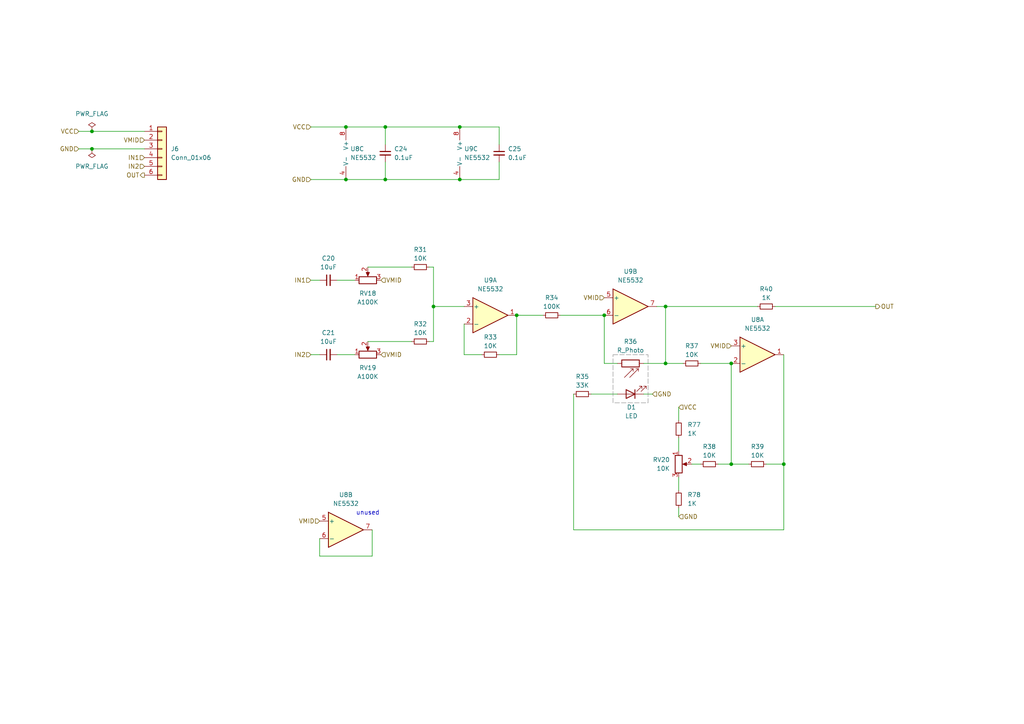
<source format=kicad_sch>
(kicad_sch (version 20231120) (generator "eeschema") (generator_version "8.0")
  (paper "A4")
  (lib_symbols
    (symbol "Amplifier_Operational:NE5532" (pin_names (offset 0.127))
      (property "Reference" "U" (at 0 5.08 0))
      (property "Value" "NE5532" (at 0 -5.08 0))
      (symbol "NE5532_1_1"
        (polyline (pts (xy -5.08 5.08) (xy 5.08 0) (xy -5.08 -5.08) (xy -5.08 5.08)) (stroke (width 0.254)) (fill (type background)))
        (pin output line (at 7.62 0 180) (length 2.54) (name "~") (number "1"))
        (pin input line (at -7.62 -2.54 0) (length 2.54) (name "-") (number "2"))
        (pin input line (at -7.62 2.54 0) (length 2.54) (name "+") (number "3"))
      )
      (symbol "NE5532_2_1"
        (polyline (pts (xy -5.08 5.08) (xy 5.08 0) (xy -5.08 -5.08) (xy -5.08 5.08)) (stroke (width 0.254)) (fill (type background)))
        (pin input line (at -7.62 2.54 0) (length 2.54) (name "+") (number "5"))
        (pin input line (at -7.62 -2.54 0) (length 2.54) (name "-") (number "6"))
        (pin output line (at 7.62 0 180) (length 2.54) (name "~") (number "7"))
      )
      (symbol "NE5532_3_1"
        (pin power_in line (at -2.54 -7.62 90) (length 3.81) (name "V-") (number "4"))
        (pin power_in line (at -2.54 7.62 270) (length 3.81) (name "V+") (number "8"))
      )
    )
    (symbol "Connector_Generic:Conn_01x06" (pin_names (offset 1.016) hide)
      (property "Reference" "J" (at 0 7.62 0))
      (property "Value" "Conn_01x06" (at 0 -10.16 0))
      (symbol "Conn_01x06_1_1"
        (rectangle (start -1.27 -7.493) (end 0 -7.747) (stroke (width 0.1524)))
        (rectangle (start -1.27 -4.953) (end 0 -5.207) (stroke (width 0.1524)))
        (rectangle (start -1.27 -2.413) (end 0 -2.667) (stroke (width 0.1524)))
        (rectangle (start -1.27 0.127) (end 0 -0.127) (stroke (width 0.1524)))
        (rectangle (start -1.27 2.667) (end 0 2.413) (stroke (width 0.1524)))
        (rectangle (start -1.27 5.207) (end 0 4.953) (stroke (width 0.1524)))
        (rectangle (start -1.27 6.35) (end 1.27 -8.89) (stroke (width 0.254)) (fill (type background)))
        (pin passive line (at -5.08 5.08 0) (length 3.81) (name "Pin_1") (number "1"))
        (pin passive line (at -5.08 2.54 0) (length 3.81) (name "Pin_2") (number "2"))
        (pin passive line (at -5.08 0 0) (length 3.81) (name "Pin_3") (number "3"))
        (pin passive line (at -5.08 -2.54 0) (length 3.81) (name "Pin_4") (number "4"))
        (pin passive line (at -5.08 -5.08 0) (length 3.81) (name "Pin_5") (number "5"))
        (pin passive line (at -5.08 -7.62 0) (length 3.81) (name "Pin_6") (number "6"))
      )
    )
    (symbol "Device:C_Small" (pin_numbers hide) (pin_names (offset 0.254) hide)
      (property "Reference" "C" (at 0.254 1.778 0))
      (property "Value" "C_Small" (at 0.254 -2.032 0))
      (symbol "C_Small_0_1"
        (polyline (pts (xy -1.524 -0.508) (xy 1.524 -0.508)) (stroke (width 0.3302)))
        (polyline (pts (xy -1.524 0.508) (xy 1.524 0.508)) (stroke (width 0.3048)))
      )
      (symbol "C_Small_1_1"
        (pin passive line (at 0 2.54 270) (length 2.032) (name "~") (number "1"))
        (pin passive line (at 0 -2.54 90) (length 2.032) (name "~") (number "2"))
      )
    )
    (symbol "Device:LED" (pin_numbers hide) (pin_names (offset 1.016) hide)
      (property "Reference" "D" (at 0 2.54 0))
      (property "Value" "LED" (at 0 -2.54 0))
      (symbol "LED_0_1"
        (polyline (pts (xy -1.27 -1.27) (xy -1.27 1.27)) (stroke (width 0.254)))
        (polyline (pts (xy -1.27 0) (xy 1.27 0)))
        (polyline (pts (xy 1.27 -1.27) (xy 1.27 1.27) (xy -1.27 0) (xy 1.27 -1.27)) (stroke (width 0.254)))
        (polyline (pts (xy -3.048 -0.762) (xy -4.572 -2.286) (xy -3.81 -2.286) (xy -4.572 -2.286) (xy -4.572 -1.524)))
        (polyline (pts (xy -1.778 -0.762) (xy -3.302 -2.286) (xy -2.54 -2.286) (xy -3.302 -2.286) (xy -3.302 -1.524)))
      )
      (symbol "LED_1_1"
        (pin passive line (at -3.81 0 0) (length 2.54) (name "K") (number "1"))
        (pin passive line (at 3.81 0 180) (length 2.54) (name "A") (number "2"))
      )
    )
    (symbol "Device:R_Photo" (pin_numbers hide) (pin_names (offset 0))
      (property "Reference" "R" (at 1.27 1.27 0))
      (property "Value" "R_Photo" (at 1.27 0 0))
      (symbol "R_Photo_0_1"
        (rectangle (start -1.016 2.54) (end 1.016 -2.54) (stroke (width 0.254)))
        (polyline (pts (xy -1.524 -2.286) (xy -4.064 0.254)))
        (polyline (pts (xy -1.524 -2.286) (xy -2.286 -2.286)))
        (polyline (pts (xy -1.524 -2.286) (xy -1.524 -1.524)))
        (polyline (pts (xy -1.524 -0.762) (xy -4.064 1.778)))
        (polyline (pts (xy -1.524 -0.762) (xy -2.286 -0.762)))
        (polyline (pts (xy -1.524 -0.762) (xy -1.524 0)))
      )
      (symbol "R_Photo_1_1"
        (pin passive line (at 0 3.81 270) (length 1.27) (name "~") (number "1"))
        (pin passive line (at 0 -3.81 90) (length 1.27) (name "~") (number "2"))
      )
    )
    (symbol "Device:R_Potentiometer" (pin_names (offset 1.016) hide)
      (property "Reference" "RV" (at -4.445 0 90))
      (property "Value" "R_Potentiometer" (at -2.54 0 90))
      (symbol "R_Potentiometer_0_1"
        (polyline (pts (xy 2.54 0) (xy 1.524 0)))
        (polyline (pts (xy 1.143 0) (xy 2.286 0.508) (xy 2.286 -0.508) (xy 1.143 0)) (fill (type outline)))
        (rectangle (start 1.016 2.54) (end -1.016 -2.54) (stroke (width 0.254)))
      )
      (symbol "R_Potentiometer_1_1"
        (pin passive line (at 0 3.81 270) (length 1.27) (name "1") (number "1"))
        (pin passive line (at 3.81 0 180) (length 1.27) (name "2") (number "2"))
        (pin passive line (at 0 -3.81 90) (length 1.27) (name "3") (number "3"))
      )
    )
    (symbol "Device:R_Small" (pin_numbers hide) (pin_names (offset 0.254) hide)
      (property "Reference" "R" (at 0.762 0.508 0))
      (property "Value" "R_Small" (at 0.762 -1.016 0))
      (symbol "R_Small_0_1"
        (rectangle (start -0.762 1.778) (end 0.762 -1.778) (stroke (width 0.2032)))
      )
      (symbol "R_Small_1_1"
        (pin passive line (at 0 2.54 270) (length 0.762) (name "~") (number "1"))
        (pin passive line (at 0 -2.54 90) (length 0.762) (name "~") (number "2"))
      )
    )
    (symbol "power:PWR_FLAG" (power) (pin_numbers hide) (pin_names (offset 0) hide)
      (property "Value" "PWR_FLAG" (at 0 3.81 0))
      (symbol "PWR_FLAG_0_0"
        (pin power_out line (at 0 0 90) (length 0) (name "~") (number "1"))
      )
      (symbol "PWR_FLAG_0_1"
        (polyline (pts (xy 0 0) (xy 0 1.27) (xy -1.016 1.905) (xy 0 2.54) (xy 1.016 1.905) (xy 0 1.27)))
      )
    )
  )
  (junction (at 100.33 52.07))
  (junction (at 26.67 43.18))
  (junction (at 193.04 105.41))
  (junction (at 193.04 88.9))
  (junction (at 111.76 52.07))
  (junction (at 212.09 105.41))
  (junction (at 133.35 52.07))
  (junction (at 149.86 91.44))
  (junction (at 125.73 88.9))
  (junction (at 227.33 134.62))
  (junction (at 175.26 91.44))
  (junction (at 212.09 134.62))
  (junction (at 133.35 36.83))
  (junction (at 100.33 36.83))
  (junction (at 111.76 36.83))
  (junction (at 26.67 38.1))
  (wire (pts (xy 111.76 52.07) (xy 133.35 52.07)))
  (wire (pts (xy 157.48 91.44) (xy 149.86 91.44)))
  (wire (pts (xy 171.45 114.3) (xy 179.07 114.3)))
  (wire (pts (xy 111.76 46.99) (xy 111.76 52.07)))
  (wire (pts (xy 100.33 36.83) (xy 111.76 36.83)))
  (wire (pts (xy 92.71 161.29) (xy 107.95 161.29)))
  (wire (pts (xy 193.04 88.9) (xy 193.04 105.41)))
  (wire (pts (xy 222.25 134.62) (xy 227.33 134.62)))
  (wire (pts (xy 166.37 153.67) (xy 227.33 153.67)))
  (wire (pts (xy 22.86 38.1) (xy 26.67 38.1)))
  (wire (pts (xy 144.78 102.87) (xy 149.86 102.87)))
  (wire (pts (xy 111.76 36.83) (xy 133.35 36.83)))
  (wire (pts (xy 186.69 105.41) (xy 193.04 105.41)))
  (wire (pts (xy 144.78 36.83) (xy 144.78 41.91)))
  (wire (pts (xy 144.78 46.99) (xy 144.78 52.07)))
  (wire (pts (xy 186.69 114.3) (xy 189.23 114.3)))
  (wire (pts (xy 106.68 77.47) (xy 119.38 77.47)))
  (wire (pts (xy 227.33 102.87) (xy 227.33 134.62)))
  (wire (pts (xy 166.37 114.3) (xy 166.37 153.67)))
  (wire (pts (xy 196.85 118.11) (xy 196.85 121.92)))
  (wire (pts (xy 97.79 102.87) (xy 102.87 102.87)))
  (wire (pts (xy 97.79 81.28) (xy 102.87 81.28)))
  (wire (pts (xy 227.33 153.67) (xy 227.33 134.62)))
  (wire (pts (xy 92.71 156.21) (xy 92.71 161.29)))
  (wire (pts (xy 196.85 147.32) (xy 196.85 149.86)))
  (wire (pts (xy 107.95 161.29) (xy 107.95 153.67)))
  (wire (pts (xy 196.85 138.43) (xy 196.85 142.24)))
  (wire (pts (xy 149.86 102.87) (xy 149.86 91.44)))
  (wire (pts (xy 200.66 134.62) (xy 203.2 134.62)))
  (wire (pts (xy 162.56 91.44) (xy 175.26 91.44)))
  (wire (pts (xy 208.28 134.62) (xy 212.09 134.62)))
  (wire (pts (xy 175.26 105.41) (xy 179.07 105.41)))
  (wire (pts (xy 125.73 77.47) (xy 125.73 88.9)))
  (wire (pts (xy 203.2 105.41) (xy 212.09 105.41)))
  (wire (pts (xy 100.33 52.07) (xy 111.76 52.07)))
  (wire (pts (xy 193.04 105.41) (xy 198.12 105.41)))
  (wire (pts (xy 92.71 102.87) (xy 90.17 102.87)))
  (wire (pts (xy 125.73 88.9) (xy 125.73 99.06)))
  (wire (pts (xy 193.04 88.9) (xy 219.71 88.9)))
  (wire (pts (xy 133.35 36.83) (xy 144.78 36.83)))
  (wire (pts (xy 92.71 81.28) (xy 90.17 81.28)))
  (wire (pts (xy 125.73 88.9) (xy 134.62 88.9)))
  (wire (pts (xy 212.09 105.41) (xy 212.09 134.62)))
  (wire (pts (xy 175.26 91.44) (xy 175.26 105.41)))
  (wire (pts (xy 144.78 52.07) (xy 133.35 52.07)))
  (wire (pts (xy 124.46 77.47) (xy 125.73 77.47)))
  (wire (pts (xy 134.62 93.98) (xy 134.62 102.87)))
  (wire (pts (xy 106.68 99.06) (xy 119.38 99.06)))
  (wire (pts (xy 190.5 88.9) (xy 193.04 88.9)))
  (wire (pts (xy 22.86 43.18) (xy 26.67 43.18)))
  (wire (pts (xy 124.46 99.06) (xy 125.73 99.06)))
  (wire (pts (xy 111.76 36.83) (xy 111.76 41.91)))
  (wire (pts (xy 224.79 88.9) (xy 254 88.9)))
  (wire (pts (xy 90.17 52.07) (xy 100.33 52.07)))
  (wire (pts (xy 26.67 38.1) (xy 41.91 38.1)))
  (wire (pts (xy 196.85 127) (xy 196.85 130.81)))
  (wire (pts (xy 90.17 36.83) (xy 100.33 36.83)))
  (wire (pts (xy 212.09 134.62) (xy 217.17 134.62)))
  (wire (pts (xy 134.62 102.87) (xy 139.7 102.87)))
  (wire (pts (xy 26.67 43.18) (xy 41.91 43.18)))
  (rectangle (start 177.8 102.87) (end 187.96 116.84) (stroke (width 0.127) (type dash) (color 128 128 128 1)))
  (text "unused\n" (at 106.68 148.844 0) (effects (font (size 1.27 1.27))))
  (hierarchical_label "GND" (shape input) (at 22.86 43.18 180))
  (hierarchical_label "VMID" (shape input) (at 41.91 40.64 180))
  (hierarchical_label "VCC" (shape input) (at 196.85 118.11 0))
  (hierarchical_label "VMID" (shape input) (at 175.26 86.36 180))
  (hierarchical_label "VMID" (shape input) (at 92.71 151.13 180))
  (hierarchical_label "OUT" (shape output) (at 254 88.9 0))
  (hierarchical_label "OUT" (shape output) (at 41.91 50.8 180))
  (hierarchical_label "GND" (shape input) (at 90.17 52.07 180))
  (hierarchical_label "GND" (shape input) (at 196.85 149.86 0))
  (hierarchical_label "VCC" (shape input) (at 90.17 36.83 180))
  (hierarchical_label "IN2" (shape input) (at 41.91 48.26 180))
  (hierarchical_label "VCC" (shape input) (at 22.86 38.1 180))
  (hierarchical_label "VMID" (shape input) (at 110.49 81.28 0))
  (hierarchical_label "IN1" (shape input) (at 41.91 45.72 180))
  (hierarchical_label "VMID" (shape input) (at 212.09 100.33 180))
  (hierarchical_label "GND" (shape input) (at 189.23 114.3 0))
  (hierarchical_label "VMID" (shape input) (at 110.49 102.87 0))
  (hierarchical_label "IN2" (shape input) (at 90.17 102.87 180))
  (hierarchical_label "IN1" (shape input) (at 90.17 81.28 180))
  (symbol (lib_id "Amplifier_Operational:NE5532") (at 182.88 88.9 0) (unit 2)
    (property "Reference" "U9" (at 182.88 78.74 0))
    (property "Value" "NE5532" (at 182.88 81.28 0))
    (property "Footprint" "easyeda2kicad:SOIC-8_L4.9-W3.9-P1.27-LS6.0-BL" (effects (hide yes)))
    (property "Datasheet" "http://www.ti.com/lit/ds/symlink/ne5532.pdf" (effects (hide yes)))
    (property "Description" "Dual Low-Noise Operational Amplifiers, DIP-8/SOIC-8" (effects (hide yes)))
  )
  (symbol (lib_id "Amplifier_Operational:NE5532") (at 142.24 91.44 0) (unit 1)
    (property "Reference" "U9" (at 142.24 81.28 0))
    (property "Value" "NE5532" (at 142.24 83.82 0))
    (property "Footprint" "easyeda2kicad:SOIC-8_L4.9-W3.9-P1.27-LS6.0-BL" (effects (hide yes)))
    (property "Datasheet" "http://www.ti.com/lit/ds/symlink/ne5532.pdf" (effects (hide yes)))
    (property "Description" "Dual Low-Noise Operational Amplifiers, DIP-8/SOIC-8" (effects (hide yes)))
  )
  (symbol (lib_id "Amplifier_Operational:NE5532") (at 100.33 153.67 0) (unit 2)
    (property "Reference" "U8" (at 100.33 143.51 0))
    (property "Value" "NE5532" (at 100.33 146.05 0))
    (property "Footprint" "easyeda2kicad:SOIC-8_L4.9-W3.9-P1.27-LS6.0-BL" (effects (hide yes)))
    (property "Datasheet" "http://www.ti.com/lit/ds/symlink/ne5532.pdf" (effects (hide yes)))
    (property "Description" "Dual Low-Noise Operational Amplifiers, DIP-8/SOIC-8" (effects (hide yes)))
  )
  (symbol (lib_id "Device:R_Small") (at 160.02 91.44 90) (unit 1)
    (property "Reference" "R34" (at 160.02 86.36 90))
    (property "Value" "100K" (at 160.02 88.9 90))
    (property "Footprint" "Resistor_SMD:R_0603_1608Metric" (effects (hide yes)))
    (property "Description" "Resistor, small symbol" (effects (hide yes)))
  )
  (symbol (lib_id "Device:R_Potentiometer") (at 106.68 102.87 90) (unit 1)
    (property "Reference" "RV19" (at 106.68 106.68 90))
    (property "Value" "A100K" (at 106.68 109.22 90))
    (property "Footprint" "Potentiometer_THT:RV09AF-40-ALPHA-POT" (effects (hide yes)))
    (property "Description" "Potentiometer" (effects (hide yes)))
  )
  (symbol (lib_id "Device:R_Small") (at 219.71 134.62 90) (unit 1)
    (property "Reference" "R39" (at 219.71 129.54 90))
    (property "Value" "10K" (at 219.71 132.08 90))
    (property "Footprint" "Resistor_SMD:R_0603_1608Metric" (effects (hide yes)))
    (property "Description" "Resistor, small symbol" (effects (hide yes)))
  )
  (symbol (lib_id "Device:R_Small") (at 205.74 134.62 90) (unit 1)
    (property "Reference" "R38" (at 205.74 129.54 90))
    (property "Value" "10K" (at 205.74 132.08 90))
    (property "Footprint" "Resistor_SMD:R_0603_1608Metric" (effects (hide yes)))
    (property "Description" "Resistor, small symbol" (effects (hide yes)))
  )
  (symbol (lib_id "Device:R_Small") (at 196.85 144.78 0) (unit 1)
    (property "Reference" "R78" (at 199.39 143.5099 0) (effects (justify left)))
    (property "Value" "1K" (at 199.39 146.0499 0) (effects (justify left)))
    (property "Footprint" "Resistor_SMD:R_0603_1608Metric" (effects (hide yes)))
    (property "Description" "Resistor, small symbol" (effects (hide yes)))
  )
  (symbol (lib_id "Device:C_Small") (at 111.76 44.45 0) (unit 1)
    (property "Reference" "C24" (at 114.3 43.1862 0) (effects (justify left)))
    (property "Value" "0.1uF" (at 114.3 45.7262 0) (effects (justify left)))
    (property "Footprint" "Capacitor_SMD:C_0805_2012Metric" (effects (hide yes)))
    (property "Description" "Unpolarized capacitor, small symbol" (effects (hide yes)))
  )
  (symbol (lib_id "Device:R_Small") (at 121.92 99.06 90) (unit 1)
    (property "Reference" "R32" (at 121.92 93.98 90))
    (property "Value" "10K" (at 121.92 96.52 90))
    (property "Footprint" "Resistor_SMD:R_0603_1608Metric" (effects (hide yes)))
    (property "Description" "Resistor, small symbol" (effects (hide yes)))
  )
  (symbol (lib_id "Device:LED") (at 182.88 114.3 180) (unit 1)
    (property "Reference" "D1" (at 183.134 118.11 0))
    (property "Value" "LED" (at 183.134 120.65 0))
    (property "Footprint" "LED_THT:LED_D5.0mm_Clear" (effects (hide yes)))
    (property "Description" "Light emitting diode" (effects (hide yes)))
  )
  (symbol (lib_id "Amplifier_Operational:NE5532") (at 102.87 44.45 0) (unit 3)
    (property "Reference" "U8" (at 101.6 43.1799 0) (effects (justify left)))
    (property "Value" "NE5532" (at 101.6 45.7199 0) (effects (justify left)))
    (property "Footprint" "easyeda2kicad:SOIC-8_L4.9-W3.9-P1.27-LS6.0-BL" (effects (hide yes)))
    (property "Datasheet" "http://www.ti.com/lit/ds/symlink/ne5532.pdf" (effects (hide yes)))
    (property "Description" "Dual Low-Noise Operational Amplifiers, DIP-8/SOIC-8" (effects (hide yes)))
  )
  (symbol (lib_id "Device:R_Photo") (at 182.88 105.41 90) (unit 1)
    (property "Reference" "R36" (at 182.88 99.06 90))
    (property "Value" "R_Photo" (at 182.88 101.6 90))
    (property "Footprint" "OptoDevice:R_LDR_4.9x4.2mm_P2.54mm_Vertical" (effects (hide yes)))
    (property "Description" "Photoresistor" (effects (hide yes)))
  )
  (symbol (lib_id "Device:R_Small") (at 168.91 114.3 90) (unit 1)
    (property "Reference" "R35" (at 168.91 109.22 90))
    (property "Value" "33K" (at 168.91 111.76 90))
    (property "Footprint" "Resistor_SMD:R_0603_1608Metric" (effects (hide yes)))
    (property "Description" "Resistor, small symbol" (effects (hide yes)))
  )
  (symbol (lib_id "Device:R_Small") (at 200.66 105.41 90) (unit 1)
    (property "Reference" "R37" (at 200.66 100.33 90))
    (property "Value" "10K" (at 200.66 102.87 90))
    (property "Footprint" "Resistor_SMD:R_0603_1608Metric" (effects (hide yes)))
    (property "Description" "Resistor, small symbol" (effects (hide yes)))
  )
  (symbol (lib_id "power:PWR_FLAG") (at 26.67 38.1 0) (unit 1)
    (property "Reference" "#FLG01" (effects (hide yes)))
    (property "Value" "PWR_FLAG" (at 26.67 33.02 0))
    (property "Description" "Special symbol for telling ERC where power comes from" (effects (hide yes)))
  )
  (symbol (lib_id "Device:C_Small") (at 95.25 81.28 90) (unit 1)
    (property "Reference" "C20" (at 95.2563 74.93 90))
    (property "Value" "10uF" (at 95.2563 77.47 90))
    (property "Footprint" "Capacitor_SMD:C_0805_2012Metric" (effects (hide yes)))
    (property "Description" "Unpolarized capacitor, small symbol" (effects (hide yes)))
  )
  (symbol (lib_id "Amplifier_Operational:NE5532") (at 219.71 102.87 0) (unit 1)
    (property "Reference" "U8" (at 219.71 92.71 0))
    (property "Value" "NE5532" (at 219.71 95.25 0))
    (property "Footprint" "easyeda2kicad:SOIC-8_L4.9-W3.9-P1.27-LS6.0-BL" (effects (hide yes)))
    (property "Datasheet" "http://www.ti.com/lit/ds/symlink/ne5532.pdf" (effects (hide yes)))
    (property "Description" "Dual Low-Noise Operational Amplifiers, DIP-8/SOIC-8" (effects (hide yes)))
  )
  (symbol (lib_id "Device:R_Small") (at 222.25 88.9 90) (unit 1)
    (property "Reference" "R40" (at 222.25 83.82 90))
    (property "Value" "1K" (at 222.25 86.36 90))
    (property "Footprint" "Resistor_SMD:R_0603_1608Metric" (effects (hide yes)))
    (property "Description" "Resistor, small symbol" (effects (hide yes)))
  )
  (symbol (lib_id "Device:R_Potentiometer") (at 196.85 134.62 0) (unit 1)
    (property "Reference" "RV20" (at 194.31 133.3499 0) (effects (justify right)))
    (property "Value" "10K" (at 194.31 135.8899 0) (effects (justify right)))
    (property "Footprint" "Potentiometer_THT:RV09AF-40-ALPHA-POT" (effects (hide yes)))
    (property "Description" "Potentiometer" (effects (hide yes)))
  )
  (symbol (lib_id "Device:R_Small") (at 121.92 77.47 90) (unit 1)
    (property "Reference" "R31" (at 121.92 72.39 90))
    (property "Value" "10K" (at 121.92 74.93 90))
    (property "Footprint" "Resistor_SMD:R_0603_1608Metric" (effects (hide yes)))
    (property "Description" "Resistor, small symbol" (effects (hide yes)))
  )
  (symbol (lib_id "Device:R_Potentiometer") (at 106.68 81.28 90) (unit 1)
    (property "Reference" "RV18" (at 106.68 85.09 90))
    (property "Value" "A100K" (at 106.68 87.63 90))
    (property "Footprint" "Potentiometer_THT:RV09AF-40-ALPHA-POT" (effects (hide yes)))
    (property "Description" "Potentiometer" (effects (hide yes)))
  )
  (symbol (lib_id "power:PWR_FLAG") (at 26.67 43.18 180) (unit 1)
    (property "Reference" "#FLG014" (effects (hide yes)))
    (property "Value" "PWR_FLAG" (at 26.67 48.26 0))
    (property "Description" "Special symbol for telling ERC where power comes from" (effects (hide yes)))
  )
  (symbol (lib_id "Amplifier_Operational:NE5532") (at 135.89 44.45 0) (unit 3)
    (property "Reference" "U9" (at 134.62 43.1799 0) (effects (justify left)))
    (property "Value" "NE5532" (at 134.62 45.7199 0) (effects (justify left)))
    (property "Footprint" "easyeda2kicad:SOIC-8_L4.9-W3.9-P1.27-LS6.0-BL" (effects (hide yes)))
    (property "Datasheet" "http://www.ti.com/lit/ds/symlink/ne5532.pdf" (effects (hide yes)))
    (property "Description" "Dual Low-Noise Operational Amplifiers, DIP-8/SOIC-8" (effects (hide yes)))
  )
  (symbol (lib_id "Device:R_Small") (at 142.24 102.87 90) (unit 1)
    (property "Reference" "R33" (at 142.24 97.79 90))
    (property "Value" "10K" (at 142.24 100.33 90))
    (property "Footprint" "Resistor_SMD:R_0603_1608Metric" (effects (hide yes)))
    (property "Description" "Resistor, small symbol" (effects (hide yes)))
  )
  (symbol (lib_id "Device:C_Small") (at 95.25 102.87 90) (unit 1)
    (property "Reference" "C21" (at 95.2563 96.52 90))
    (property "Value" "10uF" (at 95.2563 99.06 90))
    (property "Footprint" "Capacitor_SMD:C_0805_2012Metric" (effects (hide yes)))
    (property "Description" "Unpolarized capacitor, small symbol" (effects (hide yes)))
  )
  (symbol (lib_id "Device:C_Small") (at 144.78 44.45 0) (unit 1)
    (property "Reference" "C25" (at 147.32 43.1862 0) (effects (justify left)))
    (property "Value" "0.1uF" (at 147.32 45.7262 0) (effects (justify left)))
    (property "Footprint" "Capacitor_SMD:C_0805_2012Metric" (effects (hide yes)))
    (property "Description" "Unpolarized capacitor, small symbol" (effects (hide yes)))
  )
  (symbol (lib_id "Device:R_Small") (at 196.85 124.46 0) (unit 1)
    (property "Reference" "R77" (at 199.39 123.1899 0) (effects (justify left)))
    (property "Value" "1K" (at 199.39 125.7299 0) (effects (justify left)))
    (property "Footprint" "Resistor_SMD:R_0603_1608Metric" (effects (hide yes)))
    (property "Description" "Resistor, small symbol" (effects (hide yes)))
  )
  (symbol (lib_id "Connector_Generic:Conn_01x06") (at 46.99 43.18 0) (unit 1)
    (property "Reference" "J6" (at 49.53 43.1799 0) (effects (justify left)))
    (property "Value" "Conn_01x06" (at 49.53 45.7199 0) (effects (justify left)))
    (property "Footprint" "Connector_PinSocket_2.54mm:PinSocket_1x06_P2.54mm_Vertical" (effects (hide yes)))
    (property "Description" "Generic connector, single row, 01x06, script generated (kicad-library-utils/schlib/autogen/connector/)" (effects (hide yes)))
  )
)
</source>
